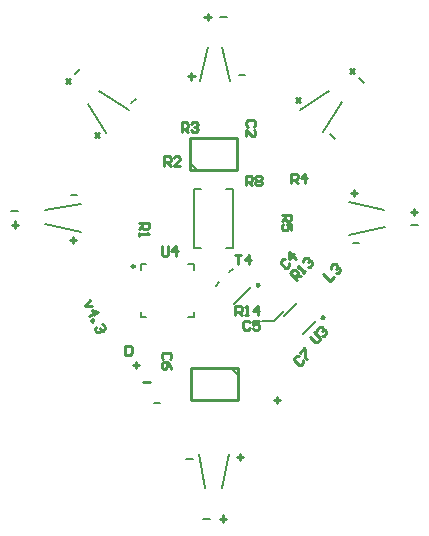
<source format=gto>
G04*
G04 #@! TF.GenerationSoftware,Altium Limited,Altium Designer,20.0.10 (225)*
G04*
G04 Layer_Color=65535*
%FSLAX25Y25*%
%MOIN*%
G70*
G01*
G75*
%ADD10C,0.01575*%
%ADD11C,0.00984*%
%ADD12C,0.01000*%
%ADD13C,0.00787*%
%ADD14C,0.00500*%
D10*
X54100Y45390D02*
G03*
X54100Y45390I-98J0D01*
G01*
X75786Y34606D02*
G03*
X75786Y34606I-197J0D01*
G01*
D11*
X12974Y51726D02*
G03*
X12974Y51726I-492J0D01*
G01*
D12*
X47122Y85720D02*
Y85735D01*
X31374Y83783D02*
X47122D01*
X31374D02*
Y94609D01*
X47122D01*
Y83783D02*
Y94609D01*
X33830Y83783D02*
X47122D01*
X31593Y17913D02*
X44884D01*
X31593Y7087D02*
Y17913D01*
Y7087D02*
X47341D01*
Y17913D01*
X31593D02*
X47341D01*
X31593Y15961D02*
Y15976D01*
X41240Y-32382D02*
X43339D01*
X42289Y-31333D02*
Y-33432D01*
X107010Y69709D02*
X104911D01*
X105961Y68660D02*
Y70759D01*
X84551Y117484D02*
X86035Y115999D01*
Y117484D02*
X84551Y115999D01*
X66643Y107915D02*
X68128Y106431D01*
Y107915D02*
X66643Y106431D01*
X-416Y94662D02*
X1069Y96146D01*
X-416D02*
X1069Y94662D01*
X-10095Y112697D02*
X-8611Y114181D01*
X-10095D02*
X-8611Y112697D01*
X36202Y134841D02*
X38301D01*
X37252Y135890D02*
Y133791D01*
X-27921Y65593D02*
X-25822D01*
X-26871Y66643D02*
Y64544D01*
X47004Y-11952D02*
X49103D01*
X48054Y-10903D02*
Y-13002D01*
X84884Y76135D02*
X86983D01*
X85933Y77184D02*
Y75085D01*
X30788Y115009D02*
X32888D01*
X31838Y116059D02*
Y113960D01*
X-8717Y60508D02*
X-6618D01*
X-7668Y61558D02*
Y59459D01*
X-2095Y40389D02*
X-3603Y38591D01*
X-1260Y38463D01*
X-2142Y35220D02*
X747Y36473D01*
X-1324Y37291D01*
X-489Y35365D01*
X-1516Y33776D02*
X-1034Y33985D01*
X-825Y33503D01*
X-1307Y33295D01*
X-1516Y33776D01*
X1935Y32413D02*
X2626Y32140D01*
X3043Y31177D01*
X2771Y30487D01*
X2289Y30278D01*
X1599Y30551D01*
X1390Y31032D01*
X1599Y30551D01*
X1326Y29860D01*
X845Y29652D01*
X155Y29924D01*
X-263Y30887D01*
X10Y31578D01*
X59298Y7085D02*
X61397D01*
X60347Y8134D02*
Y6035D01*
X15829Y13182D02*
X17929D01*
X12385Y18890D02*
X14484D01*
X13434Y19940D02*
Y17841D01*
X9825Y25288D02*
Y22139D01*
X11400D01*
X11925Y22664D01*
Y24763D01*
X11400Y25288D01*
X9825D01*
X71226Y28247D02*
X73081Y26392D01*
X73823D01*
X74566Y27134D01*
X74566Y27876D01*
X72710Y29732D01*
X73823Y30103D02*
X73823Y30845D01*
X74566Y31587D01*
X75308D01*
X75679Y31216D01*
Y30474D01*
X75308Y30103D01*
X75679Y30474D01*
X76421Y30474D01*
X76792Y30103D01*
X76792Y29361D01*
X76050Y28618D01*
X75308D01*
X46545Y35374D02*
Y38523D01*
X48120D01*
X48644Y37998D01*
Y36948D01*
X48120Y36424D01*
X46545D01*
X47595D02*
X48644Y35374D01*
X49694D02*
X50743D01*
X50218D01*
Y38523D01*
X49694Y37998D01*
X53892Y35374D02*
Y38523D01*
X52318Y36948D01*
X54417D01*
X66889Y47123D02*
X64663Y49349D01*
X65776Y50463D01*
X66518D01*
X67260Y49720D01*
X67260Y48978D01*
X66147Y47865D01*
X66889Y48607D02*
X68374D01*
X69116Y49349D02*
X69858Y50092D01*
X69487Y49720D01*
X67260Y51947D01*
X67260Y51205D01*
X69116Y53060D02*
X69116Y53802D01*
X69858Y54544D01*
X70600D01*
X70971Y54173D01*
Y53431D01*
X70600Y53060D01*
X70971Y53431D01*
X71713D01*
X72084Y53060D01*
X72084Y52318D01*
X71342Y51576D01*
X70600D01*
X75823Y49046D02*
X78050Y46819D01*
X79534Y48304D01*
X78421Y50901D02*
X78421Y51643D01*
X79163Y52385D01*
X79905D01*
X80276Y52014D01*
Y51272D01*
X79905Y50901D01*
X80276Y51272D01*
X81018Y51272D01*
X81389Y50901D01*
X81389Y50159D01*
X80647Y49417D01*
X79905D01*
X67632Y21855D02*
X66890D01*
X66148Y21113D01*
X66148Y20371D01*
X67632Y18887D01*
X68374D01*
X69116Y19629D01*
X69116Y20371D01*
X68003Y22968D02*
X69487Y24453D01*
X69858Y24081D01*
Y21113D01*
X70229Y20742D01*
X51273Y33090D02*
X50748Y33615D01*
X49699D01*
X49174Y33090D01*
Y30991D01*
X49699Y30466D01*
X50748D01*
X51273Y30991D01*
X54422Y33615D02*
X52323D01*
Y32040D01*
X53372Y32565D01*
X53897D01*
X54422Y32040D01*
Y30991D01*
X53897Y30466D01*
X52847D01*
X52323Y30991D01*
X63038Y54162D02*
X62296D01*
X61554Y53420D01*
X61554Y52678D01*
X63038Y51193D01*
X63781D01*
X64523Y51935D01*
X64523Y52678D01*
X66749Y54162D02*
X64523Y56388D01*
X64523Y54162D01*
X66007Y55646D01*
X61981Y68950D02*
X65130D01*
Y67376D01*
X64605Y66851D01*
X63556D01*
X63031Y67376D01*
Y68950D01*
Y67901D02*
X61981Y66851D01*
X65130Y63703D02*
Y65802D01*
X63556D01*
X64081Y64752D01*
Y64227D01*
X63556Y63703D01*
X62506D01*
X61981Y64227D01*
Y65277D01*
X62506Y65802D01*
X65136Y79457D02*
Y82606D01*
X66711D01*
X67235Y82081D01*
Y81031D01*
X66711Y80507D01*
X65136D01*
X66186D02*
X67235Y79457D01*
X69859D02*
Y82606D01*
X68285Y81031D01*
X70384D01*
X28636Y96588D02*
Y99737D01*
X30210D01*
X30735Y99212D01*
Y98163D01*
X30210Y97638D01*
X28636D01*
X29685D02*
X30735Y96588D01*
X31784Y99212D02*
X32309Y99737D01*
X33359D01*
X33883Y99212D01*
Y98687D01*
X33359Y98163D01*
X32834D01*
X33359D01*
X33883Y97638D01*
Y97113D01*
X33359Y96588D01*
X32309D01*
X31784Y97113D01*
X22816Y85272D02*
Y88421D01*
X24390D01*
X24915Y87896D01*
Y86847D01*
X24390Y86322D01*
X22816D01*
X23866D02*
X24915Y85272D01*
X28064D02*
X25965D01*
X28064Y87371D01*
Y87896D01*
X27539Y88421D01*
X26489D01*
X25965Y87896D01*
X14417Y66082D02*
X17566D01*
Y64507D01*
X17041Y63982D01*
X15991D01*
X15467Y64507D01*
Y66082D01*
Y65032D02*
X14417Y63982D01*
Y62933D02*
Y61883D01*
Y62408D01*
X17566D01*
X17041Y62933D01*
X46413Y55514D02*
X48513D01*
X47463D01*
Y52366D01*
X51136D02*
Y55514D01*
X49562Y53940D01*
X51661D01*
X50063Y78694D02*
Y81843D01*
X51637D01*
X52162Y81318D01*
Y80269D01*
X51637Y79744D01*
X50063D01*
X51112D02*
X52162Y78694D01*
X53211Y81318D02*
X53736Y81843D01*
X54786D01*
X55310Y81318D01*
Y80793D01*
X54786Y80269D01*
X55310Y79744D01*
Y79219D01*
X54786Y78694D01*
X53736D01*
X53211Y79219D01*
Y79744D01*
X53736Y80269D01*
X53211Y80793D01*
Y81318D01*
X53736Y80269D02*
X54786D01*
X24637Y20760D02*
X25162Y21285D01*
Y22335D01*
X24637Y22859D01*
X22538D01*
X22014Y22335D01*
Y21285D01*
X22538Y20760D01*
X25162Y17612D02*
X24637Y18661D01*
X23588Y19711D01*
X22538D01*
X22014Y19186D01*
Y18136D01*
X22538Y17612D01*
X23063D01*
X23588Y18136D01*
Y19711D01*
X52687Y98247D02*
X53211Y98772D01*
Y99822D01*
X52687Y100346D01*
X50587D01*
X50063Y99822D01*
Y98772D01*
X50587Y98247D01*
X50063Y95099D02*
Y97198D01*
X52162Y95099D01*
X52687D01*
X53211Y95623D01*
Y96673D01*
X52687Y97198D01*
X22014Y58418D02*
Y55794D01*
X22538Y55269D01*
X23588D01*
X24113Y55794D01*
Y58418D01*
X26736Y55269D02*
Y58418D01*
X25162Y56844D01*
X27261D01*
D13*
X31426Y86300D02*
X33830Y83783D01*
X44884Y17913D02*
X47288Y15396D01*
X35801Y-32467D02*
X38065D01*
X42008Y-22208D02*
X44537Y-11024D01*
X34411D02*
X36434Y-22107D01*
X105074Y65309D02*
X107239D01*
X84447Y62093D02*
X96248Y64920D01*
X84447Y73052D02*
X96187Y70409D01*
X68044Y103957D02*
X77772Y110232D01*
X75674Y96394D02*
X81969Y106432D01*
X87821Y114362D02*
X89422Y112761D01*
X78006Y95819D02*
X79606Y94218D01*
X11681Y106025D02*
X13282Y107625D01*
X-6862Y115840D02*
X-5261Y117440D01*
X1068Y109988D02*
X11106Y103693D01*
X-2732Y105791D02*
X3543Y96063D01*
X41388Y134843D02*
X43652D01*
X41929Y124705D02*
X44647Y113602D01*
X41908Y124705D02*
X41929D01*
X34707Y113602D02*
X37402Y124705D01*
X-28150Y69994D02*
X-25984D01*
X-16897Y65936D02*
X-4955Y63101D01*
Y72404D02*
X-4921Y72441D01*
X-16917Y70562D02*
X-4955Y72404D01*
X62714Y35232D02*
X67029Y39547D01*
X68908Y29038D02*
X73223Y33353D01*
X30138Y-12444D02*
X32402D01*
X55426Y33606D02*
X59433D01*
X62715Y36888D01*
X15041Y50545D02*
Y52316D01*
X16812D01*
X30788D02*
X32560D01*
Y50545D02*
Y52316D01*
Y34797D02*
Y36568D01*
X30788Y34797D02*
X32560D01*
X15041D02*
Y36568D01*
Y34797D02*
X16812D01*
X43468Y77415D02*
X45830D01*
Y57730D02*
Y77415D01*
X43468Y57730D02*
X45830D01*
X32838Y77415D02*
X35201D01*
X32838Y57730D02*
Y77415D01*
Y57730D02*
X35201D01*
X19234Y6141D02*
X21400D01*
X-8448Y75348D02*
X-6282D01*
X85740Y59589D02*
X87737D01*
X47602Y115315D02*
X49866D01*
D14*
X40082Y45251D02*
X41196Y46364D01*
X44537Y49705D02*
X45650Y50819D01*
X46207Y39126D02*
X51775Y44694D01*
M02*

</source>
